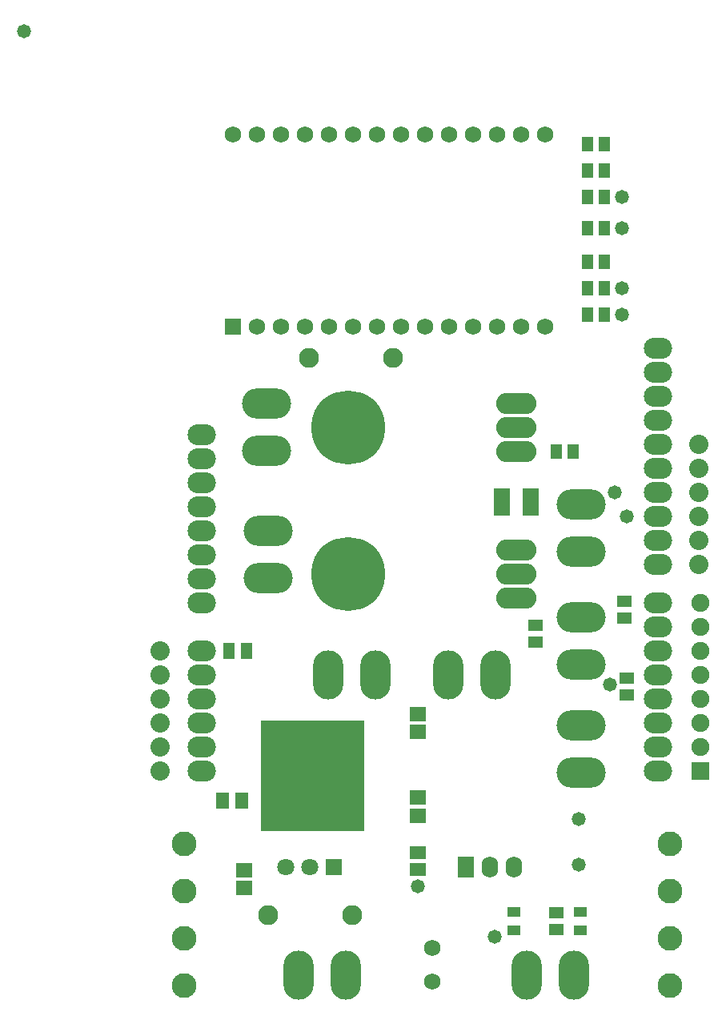
<source format=gts>
G04 Layer_Color=20142*
%FSLAX25Y25*%
%MOIN*%
G70*
G01*
G75*
%ADD49R,0.06509X0.11824*%
%ADD50R,0.06115X0.04737*%
%ADD51R,0.05800X0.04300*%
%ADD52R,0.06509X0.05328*%
%ADD53R,0.06902X0.06115*%
%ADD54R,0.06706X0.06312*%
%ADD55R,0.05721X0.06902*%
%ADD56R,0.04934X0.06509*%
%ADD57R,0.04737X0.06115*%
%ADD58R,0.07099X0.07099*%
%ADD59C,0.07099*%
G04:AMPARAMS|DCode=60|XSize=204.85mil|YSize=126.11mil|CornerRadius=63.06mil|HoleSize=0mil|Usage=FLASHONLY|Rotation=0.000|XOffset=0mil|YOffset=0mil|HoleType=Round|Shape=RoundedRectangle|*
%AMROUNDEDRECTD60*
21,1,0.20485,0.00000,0,0,0.0*
21,1,0.07874,0.12611,0,0,0.0*
1,1,0.12611,0.03937,0.00000*
1,1,0.12611,-0.03937,0.00000*
1,1,0.12611,-0.03937,0.00000*
1,1,0.12611,0.03937,0.00000*
%
%ADD60ROUNDEDRECTD60*%
%ADD61C,0.10300*%
%ADD62C,0.10299*%
G04:AMPARAMS|DCode=63|XSize=204.85mil|YSize=126.11mil|CornerRadius=63.06mil|HoleSize=0mil|Usage=FLASHONLY|Rotation=90.000|XOffset=0mil|YOffset=0mil|HoleType=Round|Shape=RoundedRectangle|*
%AMROUNDEDRECTD63*
21,1,0.20485,0.00000,0,0,90.0*
21,1,0.07874,0.12611,0,0,90.0*
1,1,0.12611,0.00000,0.03937*
1,1,0.12611,0.00000,-0.03937*
1,1,0.12611,0.00000,-0.03937*
1,1,0.12611,0.00000,0.03937*
%
%ADD63ROUNDEDRECTD63*%
%ADD64R,0.06800X0.08800*%
%ADD65O,0.06800X0.08800*%
%ADD66C,0.06800*%
%ADD67C,0.08300*%
%ADD68R,0.06800X0.06800*%
%ADD69O,0.16800X0.08800*%
%ADD70C,0.30800*%
%ADD71C,0.07493*%
%ADD72R,0.07493X0.07493*%
%ADD73C,0.08000*%
%ADD74O,0.11800X0.08800*%
%ADD75C,0.05800*%
G36*
X197500Y190000D02*
X154500D01*
Y236000D01*
X197500D01*
Y190000D01*
D02*
G37*
D49*
X267004Y327000D02*
D03*
X254996D02*
D03*
D50*
X269000Y275543D02*
D03*
Y268457D02*
D03*
X307000Y246457D02*
D03*
Y253543D02*
D03*
X277500Y148957D02*
D03*
Y156043D02*
D03*
X306000Y278457D02*
D03*
Y285543D02*
D03*
D51*
X287500Y156250D02*
D03*
Y148750D02*
D03*
X260000Y156250D02*
D03*
Y148750D02*
D03*
D52*
X220000Y174055D02*
D03*
Y180945D02*
D03*
D53*
Y203839D02*
D03*
Y196161D02*
D03*
D54*
X147500Y166260D02*
D03*
Y173740D02*
D03*
X220000Y238740D02*
D03*
Y231260D02*
D03*
D55*
X138465Y202500D02*
D03*
X146535D02*
D03*
D56*
X148642Y265000D02*
D03*
X141358D02*
D03*
D57*
X277457Y348000D02*
D03*
X284543D02*
D03*
X290457Y416000D02*
D03*
X297543D02*
D03*
X290457Y405000D02*
D03*
X297543D02*
D03*
Y465000D02*
D03*
X290457D02*
D03*
X290457Y427000D02*
D03*
X297543D02*
D03*
X290457Y441000D02*
D03*
X297543D02*
D03*
Y454000D02*
D03*
X290457D02*
D03*
X297543Y476000D02*
D03*
X290457D02*
D03*
D58*
X185000Y175000D02*
D03*
D59*
X175000D02*
D03*
X165000D02*
D03*
D60*
X288000Y259157D02*
D03*
Y278843D02*
D03*
Y214157D02*
D03*
Y233843D02*
D03*
X157500Y295157D02*
D03*
Y314843D02*
D03*
X157000Y348157D02*
D03*
Y367843D02*
D03*
X288000Y306157D02*
D03*
Y325843D02*
D03*
D61*
X325000Y125472D02*
D03*
X122500D02*
D03*
D62*
X325000Y145157D02*
D03*
Y164843D02*
D03*
Y184528D02*
D03*
X122500Y145157D02*
D03*
Y164843D02*
D03*
Y184528D02*
D03*
D63*
X284843Y130000D02*
D03*
X265157D02*
D03*
X189843D02*
D03*
X170157D02*
D03*
X252343Y255000D02*
D03*
X232657D02*
D03*
X202343D02*
D03*
X182657D02*
D03*
D64*
X240000Y175000D02*
D03*
D65*
X250000D02*
D03*
X260000D02*
D03*
D66*
X225748Y141142D02*
D03*
Y127362D02*
D03*
X163000Y480000D02*
D03*
X173000D02*
D03*
X253000D02*
D03*
X243000D02*
D03*
X233000D02*
D03*
X223000D02*
D03*
X213000D02*
D03*
X203000D02*
D03*
X193000D02*
D03*
X183000D02*
D03*
X153000Y400000D02*
D03*
X163000D02*
D03*
X173000D02*
D03*
X183000D02*
D03*
X193000D02*
D03*
X203000D02*
D03*
X213000D02*
D03*
X223000D02*
D03*
X233000D02*
D03*
X243000D02*
D03*
X253000D02*
D03*
X263000D02*
D03*
X273000D02*
D03*
X143000Y480000D02*
D03*
X153000D02*
D03*
X263000D02*
D03*
X273000D02*
D03*
D67*
X192500Y155000D02*
D03*
X157500D02*
D03*
X174500Y387000D02*
D03*
X209500D02*
D03*
D68*
X143000Y400000D02*
D03*
D69*
X261000Y287000D02*
D03*
Y297000D02*
D03*
Y307000D02*
D03*
Y348000D02*
D03*
Y358000D02*
D03*
Y368000D02*
D03*
D70*
X191000Y297000D02*
D03*
Y358000D02*
D03*
D71*
X337500Y285000D02*
D03*
Y265000D02*
D03*
Y275000D02*
D03*
Y225000D02*
D03*
Y235000D02*
D03*
Y255000D02*
D03*
Y245000D02*
D03*
D72*
Y215000D02*
D03*
D73*
X337000Y351000D02*
D03*
Y341000D02*
D03*
Y331000D02*
D03*
Y321000D02*
D03*
Y311000D02*
D03*
Y301000D02*
D03*
X112500Y215000D02*
D03*
Y225000D02*
D03*
Y235000D02*
D03*
Y245000D02*
D03*
Y255000D02*
D03*
Y265000D02*
D03*
D74*
X320000Y215000D02*
D03*
Y341000D02*
D03*
Y351000D02*
D03*
Y361000D02*
D03*
Y371000D02*
D03*
Y381000D02*
D03*
Y391000D02*
D03*
Y331000D02*
D03*
Y321000D02*
D03*
Y311000D02*
D03*
Y301000D02*
D03*
Y235000D02*
D03*
Y245000D02*
D03*
Y255000D02*
D03*
Y265000D02*
D03*
Y275000D02*
D03*
Y285000D02*
D03*
Y225000D02*
D03*
X130000Y285000D02*
D03*
Y295000D02*
D03*
Y355000D02*
D03*
Y345000D02*
D03*
Y335000D02*
D03*
Y325000D02*
D03*
Y315000D02*
D03*
Y305000D02*
D03*
Y215000D02*
D03*
Y225000D02*
D03*
Y235000D02*
D03*
Y245000D02*
D03*
Y255000D02*
D03*
Y265000D02*
D03*
D75*
X302000Y331000D02*
D03*
X307000Y321000D02*
D03*
X220000Y167000D02*
D03*
X252000Y146000D02*
D03*
X305000Y441000D02*
D03*
Y405000D02*
D03*
Y454000D02*
D03*
Y416000D02*
D03*
X300000Y251000D02*
D03*
X287000Y176000D02*
D03*
Y195000D02*
D03*
X56000Y523000D02*
D03*
M02*

</source>
